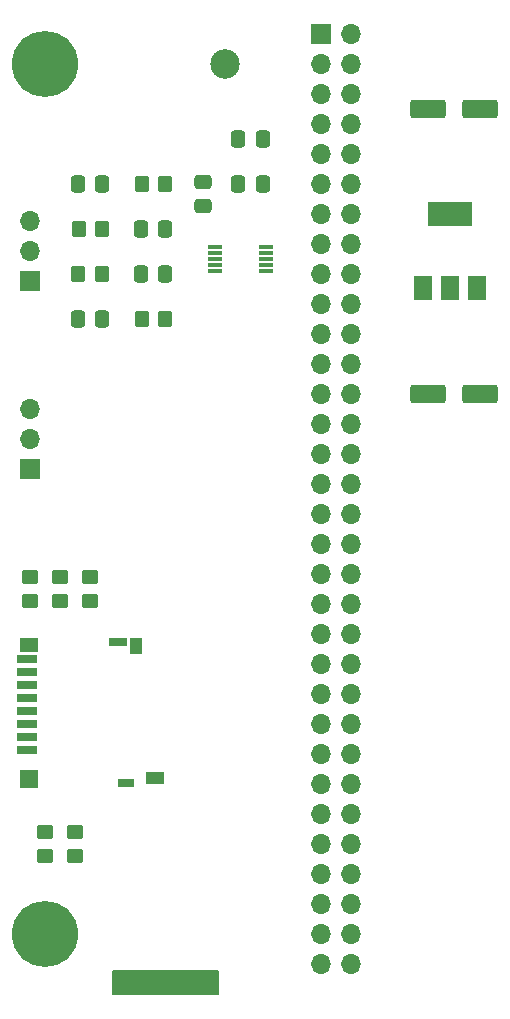
<source format=gbr>
%TF.GenerationSoftware,KiCad,Pcbnew,6.0.4-6f826c9f35~116~ubuntu21.10.1*%
%TF.CreationDate,2022-04-23T21:14:11+02:00*%
%TF.ProjectId,qm k7 aux brd,716d206b-3720-4617-9578-206272642e6b,rev?*%
%TF.SameCoordinates,Original*%
%TF.FileFunction,Soldermask,Top*%
%TF.FilePolarity,Negative*%
%FSLAX46Y46*%
G04 Gerber Fmt 4.6, Leading zero omitted, Abs format (unit mm)*
G04 Created by KiCad (PCBNEW 6.0.4-6f826c9f35~116~ubuntu21.10.1) date 2022-04-23 21:14:11*
%MOMM*%
%LPD*%
G01*
G04 APERTURE LIST*
G04 Aperture macros list*
%AMRoundRect*
0 Rectangle with rounded corners*
0 $1 Rounding radius*
0 $2 $3 $4 $5 $6 $7 $8 $9 X,Y pos of 4 corners*
0 Add a 4 corners polygon primitive as box body*
4,1,4,$2,$3,$4,$5,$6,$7,$8,$9,$2,$3,0*
0 Add four circle primitives for the rounded corners*
1,1,$1+$1,$2,$3*
1,1,$1+$1,$4,$5*
1,1,$1+$1,$6,$7*
1,1,$1+$1,$8,$9*
0 Add four rect primitives between the rounded corners*
20,1,$1+$1,$2,$3,$4,$5,0*
20,1,$1+$1,$4,$5,$6,$7,0*
20,1,$1+$1,$6,$7,$8,$9,0*
20,1,$1+$1,$8,$9,$2,$3,0*%
G04 Aperture macros list end*
%ADD10C,0.150000*%
%ADD11RoundRect,0.250000X-0.450000X0.350000X-0.450000X-0.350000X0.450000X-0.350000X0.450000X0.350000X0*%
%ADD12RoundRect,0.250000X-0.350000X-0.450000X0.350000X-0.450000X0.350000X0.450000X-0.350000X0.450000X0*%
%ADD13R,1.700000X1.700000*%
%ADD14O,1.700000X1.700000*%
%ADD15C,5.600000*%
%ADD16RoundRect,0.250000X-1.250000X-0.550000X1.250000X-0.550000X1.250000X0.550000X-1.250000X0.550000X0*%
%ADD17RoundRect,0.250000X0.337500X0.475000X-0.337500X0.475000X-0.337500X-0.475000X0.337500X-0.475000X0*%
%ADD18R,1.500000X2.000000*%
%ADD19R,3.800000X2.000000*%
%ADD20RoundRect,0.250000X0.350000X0.450000X-0.350000X0.450000X-0.350000X-0.450000X0.350000X-0.450000X0*%
%ADD21RoundRect,0.250000X0.450000X-0.350000X0.450000X0.350000X-0.450000X0.350000X-0.450000X-0.350000X0*%
%ADD22R,1.302499X0.304800*%
%ADD23C,2.500000*%
%ADD24RoundRect,0.250000X0.475000X-0.337500X0.475000X0.337500X-0.475000X0.337500X-0.475000X-0.337500X0*%
%ADD25R,1.750000X0.700000*%
%ADD26R,1.000000X1.450000*%
%ADD27R,1.550000X1.000000*%
%ADD28R,1.400000X0.800000*%
%ADD29R,1.500000X1.300000*%
%ADD30R,1.500000X1.500000*%
%ADD31R,1.500000X0.800000*%
G04 APERTURE END LIST*
D10*
X113665000Y-141605000D02*
X122555000Y-141605000D01*
X122555000Y-141605000D02*
X122555000Y-143510000D01*
X122555000Y-143510000D02*
X113665000Y-143510000D01*
X113665000Y-143510000D02*
X113665000Y-141605000D01*
G36*
X113665000Y-141605000D02*
G01*
X122555000Y-141605000D01*
X122555000Y-143510000D01*
X113665000Y-143510000D01*
X113665000Y-141605000D01*
G37*
D11*
%TO.C,R5*%
X106680000Y-108220000D03*
X106680000Y-110220000D03*
%TD*%
D12*
%TO.C,R6*%
X116110000Y-86360000D03*
X118110000Y-86360000D03*
%TD*%
D11*
%TO.C,R4*%
X109220000Y-108220000D03*
X109220000Y-110220000D03*
%TD*%
D13*
%TO.C,J3*%
X106680000Y-99060000D03*
D14*
X106680000Y-96520000D03*
X106680000Y-93980000D03*
%TD*%
D15*
%TO.C,H1*%
X107950000Y-64770000D03*
%TD*%
D16*
%TO.C,C1*%
X140380000Y-92710000D03*
X144780000Y-92710000D03*
%TD*%
D17*
%TO.C,C9*%
X126365000Y-71120000D03*
X124290000Y-71120000D03*
%TD*%
%TO.C,C4*%
X118110000Y-78740000D03*
X116035000Y-78740000D03*
%TD*%
D18*
%TO.C,U1*%
X139940000Y-83770000D03*
X142240000Y-83770000D03*
D19*
X142240000Y-77470000D03*
D18*
X144540000Y-83770000D03*
%TD*%
D20*
%TO.C,R9*%
X112797500Y-78740000D03*
X110797500Y-78740000D03*
%TD*%
D17*
%TO.C,C5*%
X112797500Y-86360000D03*
X110722500Y-86360000D03*
%TD*%
D21*
%TO.C,R1*%
X107950000Y-131810000D03*
X107950000Y-129810000D03*
%TD*%
D13*
%TO.C,J4*%
X106680000Y-83185000D03*
D14*
X106680000Y-80645000D03*
X106680000Y-78105000D03*
%TD*%
D11*
%TO.C,R3*%
X111760000Y-108220000D03*
X111760000Y-110220000D03*
%TD*%
D16*
%TO.C,C2*%
X140380000Y-68580000D03*
X144780000Y-68580000D03*
%TD*%
D17*
%TO.C,C6*%
X112797500Y-74930000D03*
X110722500Y-74930000D03*
%TD*%
D12*
%TO.C,R7*%
X116110000Y-74930000D03*
X118110000Y-74930000D03*
%TD*%
D20*
%TO.C,R8*%
X112760000Y-82550000D03*
X110760000Y-82550000D03*
%TD*%
D17*
%TO.C,C3*%
X118110000Y-82550000D03*
X116035000Y-82550000D03*
%TD*%
D22*
%TO.C,U2*%
X126609848Y-82280001D03*
X126609848Y-81779999D03*
X126609848Y-81280000D03*
X126609848Y-80780001D03*
X126609848Y-80279999D03*
X122310152Y-80279999D03*
X122310152Y-80780001D03*
X122310152Y-81280000D03*
X122310152Y-81779999D03*
X122310152Y-82280001D03*
%TD*%
D23*
%TO.C,TP1*%
X123190000Y-64770000D03*
%TD*%
D15*
%TO.C,H2*%
X107950000Y-138430000D03*
%TD*%
D17*
%TO.C,C8*%
X126365000Y-74930000D03*
X124290000Y-74930000D03*
%TD*%
D24*
%TO.C,C7*%
X121285000Y-76835000D03*
X121285000Y-74760000D03*
%TD*%
D21*
%TO.C,R2*%
X110490000Y-131810000D03*
X110490000Y-129810000D03*
%TD*%
D25*
%TO.C,J2*%
X106410000Y-122850000D03*
X106410000Y-121750000D03*
X106410000Y-120650000D03*
X106410000Y-119550000D03*
X106410000Y-118450000D03*
X106410000Y-117350000D03*
X106410000Y-116250000D03*
X106410000Y-115150000D03*
D26*
X115635000Y-114025000D03*
D27*
X117210000Y-125250000D03*
D28*
X114785000Y-125650000D03*
D29*
X106535000Y-113950000D03*
D30*
X106535000Y-125300000D03*
D31*
X114135000Y-113700000D03*
%TD*%
D13*
%TO.C,J1*%
X131298000Y-62225000D03*
D14*
X133838000Y-62225000D03*
X131298000Y-64765000D03*
X133838000Y-64765000D03*
X131298000Y-67305000D03*
X133838000Y-67305000D03*
X131298000Y-69845000D03*
X133838000Y-69845000D03*
X131298000Y-72385000D03*
X133838000Y-72385000D03*
X131298000Y-74925000D03*
X133838000Y-74925000D03*
X131298000Y-77465000D03*
X133838000Y-77465000D03*
X131298000Y-80005000D03*
X133838000Y-80005000D03*
X131298000Y-82545000D03*
X133838000Y-82545000D03*
X131298000Y-85085000D03*
X133838000Y-85085000D03*
X131298000Y-87625000D03*
X133838000Y-87625000D03*
X131298000Y-90165000D03*
X133838000Y-90165000D03*
X131298000Y-92705000D03*
X133838000Y-92705000D03*
X131298000Y-95245000D03*
X133838000Y-95245000D03*
X131298000Y-97785000D03*
X133838000Y-97785000D03*
X131298000Y-100325000D03*
X133838000Y-100325000D03*
X131298000Y-102865000D03*
X133838000Y-102865000D03*
X131298000Y-105405000D03*
X133838000Y-105405000D03*
X131298000Y-107945000D03*
X133838000Y-107945000D03*
X131298000Y-110485000D03*
X133838000Y-110485000D03*
X131298000Y-113025000D03*
X133838000Y-113025000D03*
X131298000Y-115565000D03*
X133838000Y-115565000D03*
X131298000Y-118105000D03*
X133838000Y-118105000D03*
X131298000Y-120645000D03*
X133838000Y-120645000D03*
X131298000Y-123185000D03*
X133838000Y-123185000D03*
X131298000Y-125725000D03*
X133838000Y-125725000D03*
X131298000Y-128265000D03*
X133838000Y-128265000D03*
X131298000Y-130805000D03*
X133838000Y-130805000D03*
X131298000Y-133345000D03*
X133838000Y-133345000D03*
X131298000Y-135885000D03*
X133838000Y-135885000D03*
X131298000Y-138425000D03*
X133838000Y-138425000D03*
X131298000Y-140965000D03*
X133838000Y-140965000D03*
%TD*%
M02*

</source>
